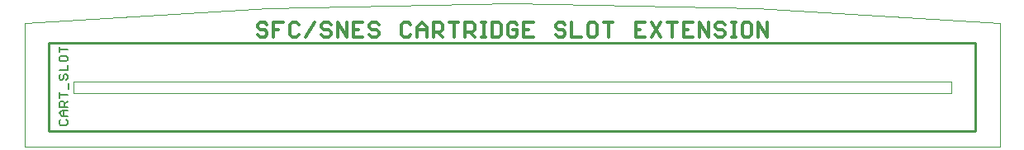
<source format=gto>
G75*
G70*
%OFA0B0*%
%FSLAX24Y24*%
%IPPOS*%
%LPD*%
%AMOC8*
5,1,8,0,0,1.08239X$1,22.5*
%
%ADD10C,0.0000*%
%ADD11C,0.0001*%
%ADD12C,0.0130*%
%ADD13C,0.0100*%
%ADD14C,0.0070*%
D10*
X000100Y000100D02*
X000100Y005100D01*
X002069Y002738D02*
X037502Y002738D01*
X037502Y002265D01*
X002069Y002265D01*
X002069Y002738D01*
X000100Y000100D02*
X039470Y000100D01*
X039470Y005100D01*
D11*
X019785Y005888D02*
X009935Y005691D01*
X000100Y005101D01*
X019785Y005888D02*
X029635Y005691D01*
X039470Y005101D01*
D12*
X030092Y005106D02*
X030092Y004535D01*
X029711Y005106D01*
X029711Y004535D01*
X029447Y004630D02*
X029352Y004535D01*
X029162Y004535D01*
X029067Y004630D01*
X029067Y005010D01*
X029162Y005106D01*
X029352Y005106D01*
X029447Y005010D01*
X029447Y004630D01*
X028827Y004535D02*
X028637Y004535D01*
X028732Y004535D02*
X028732Y005106D01*
X028637Y005106D02*
X028827Y005106D01*
X028373Y005010D02*
X028278Y005106D01*
X028088Y005106D01*
X027992Y005010D01*
X027992Y004915D01*
X028088Y004820D01*
X028278Y004820D01*
X028373Y004725D01*
X028373Y004630D01*
X028278Y004535D01*
X028088Y004535D01*
X027992Y004630D01*
X027728Y004535D02*
X027728Y005106D01*
X027348Y005106D02*
X027728Y004535D01*
X027348Y004535D02*
X027348Y005106D01*
X027084Y005106D02*
X026703Y005106D01*
X026703Y004535D01*
X027084Y004535D01*
X026249Y004535D02*
X026249Y005106D01*
X026059Y005106D02*
X026439Y005106D01*
X025795Y005106D02*
X025414Y004535D01*
X025150Y004535D02*
X024770Y004535D01*
X024770Y005106D01*
X025150Y005106D01*
X025414Y005106D02*
X025795Y004535D01*
X024960Y004820D02*
X024770Y004820D01*
X023216Y004630D02*
X023216Y005010D01*
X023121Y005106D01*
X022931Y005106D01*
X022836Y005010D01*
X022836Y004630D01*
X022931Y004535D01*
X023121Y004535D01*
X023216Y004630D01*
X023671Y004535D02*
X023671Y005106D01*
X023481Y005106D02*
X023861Y005106D01*
X022192Y005106D02*
X022192Y004535D01*
X022572Y004535D01*
X021927Y004630D02*
X021832Y004535D01*
X021642Y004535D01*
X021547Y004630D01*
X021832Y004820D02*
X021927Y004725D01*
X021927Y004630D01*
X021832Y004820D02*
X021642Y004820D01*
X021547Y004915D01*
X021547Y005010D01*
X021642Y005106D01*
X021832Y005106D01*
X021927Y005010D01*
X020638Y005106D02*
X020258Y005106D01*
X020258Y004535D01*
X020638Y004535D01*
X019994Y004630D02*
X019994Y004820D01*
X019804Y004820D01*
X020258Y004820D02*
X020448Y004820D01*
X019994Y004630D02*
X019899Y004535D01*
X019708Y004535D01*
X019613Y004630D01*
X019613Y005010D01*
X019708Y005106D01*
X019899Y005106D01*
X019994Y005010D01*
X019349Y005010D02*
X019254Y005106D01*
X018969Y005106D01*
X018969Y004535D01*
X019254Y004535D01*
X019349Y004630D01*
X019349Y005010D01*
X018729Y005106D02*
X018539Y005106D01*
X018634Y005106D02*
X018634Y004535D01*
X018539Y004535D02*
X018729Y004535D01*
X018275Y004535D02*
X018085Y004725D01*
X018180Y004725D02*
X017895Y004725D01*
X018180Y004725D02*
X018275Y004820D01*
X018275Y005010D01*
X018180Y005106D01*
X017895Y005106D01*
X017895Y004535D01*
X017440Y004535D02*
X017440Y005106D01*
X017250Y005106D02*
X017630Y005106D01*
X016986Y005010D02*
X016986Y004820D01*
X016891Y004725D01*
X016605Y004725D01*
X016796Y004725D02*
X016986Y004535D01*
X016605Y004535D02*
X016605Y005106D01*
X016891Y005106D01*
X016986Y005010D01*
X016341Y004915D02*
X016341Y004535D01*
X015961Y004535D02*
X015961Y004915D01*
X016151Y005106D01*
X016341Y004915D01*
X016341Y004820D02*
X015961Y004820D01*
X015697Y004630D02*
X015602Y004535D01*
X015411Y004535D01*
X015316Y004630D01*
X015316Y005010D01*
X015411Y005106D01*
X015602Y005106D01*
X015697Y005010D01*
X014408Y005010D02*
X014312Y005106D01*
X014122Y005106D01*
X014027Y005010D01*
X014027Y004915D01*
X014122Y004820D01*
X014312Y004820D01*
X014408Y004725D01*
X014408Y004630D01*
X014312Y004535D01*
X014122Y004535D01*
X014027Y004630D01*
X013763Y004535D02*
X013383Y004535D01*
X013383Y005106D01*
X013763Y005106D01*
X013118Y005106D02*
X013118Y004535D01*
X012738Y005106D01*
X012738Y004535D01*
X012474Y004630D02*
X012379Y004535D01*
X012189Y004535D01*
X012094Y004630D01*
X012379Y004820D02*
X012474Y004725D01*
X012474Y004630D01*
X012379Y004820D02*
X012189Y004820D01*
X012094Y004915D01*
X012094Y005010D01*
X012189Y005106D01*
X012379Y005106D01*
X012474Y005010D01*
X011829Y005106D02*
X011449Y004535D01*
X011185Y004630D02*
X011090Y004535D01*
X010900Y004535D01*
X010804Y004630D01*
X010804Y005010D01*
X010900Y005106D01*
X011090Y005106D01*
X011185Y005010D01*
X010540Y005106D02*
X010160Y005106D01*
X010160Y004535D01*
X009896Y004630D02*
X009801Y004535D01*
X009610Y004535D01*
X009515Y004630D01*
X009801Y004820D02*
X009896Y004725D01*
X009896Y004630D01*
X009801Y004820D02*
X009610Y004820D01*
X009515Y004915D01*
X009515Y005010D01*
X009610Y005106D01*
X009801Y005106D01*
X009896Y005010D01*
X010160Y004820D02*
X010350Y004820D01*
X013383Y004820D02*
X013573Y004820D01*
X026703Y004820D02*
X026894Y004820D01*
D13*
X038486Y004273D02*
X038486Y000730D01*
X001084Y000730D01*
X001084Y004273D01*
X038486Y004273D01*
D14*
X001892Y002655D02*
X001892Y002435D01*
X001506Y002287D02*
X001506Y002067D01*
X001506Y002177D02*
X001837Y002177D01*
X001837Y001919D02*
X001727Y001808D01*
X001727Y001864D02*
X001727Y001698D01*
X001837Y001698D02*
X001506Y001698D01*
X001506Y001864D01*
X001561Y001919D01*
X001672Y001919D01*
X001727Y001864D01*
X001672Y001550D02*
X001672Y001330D01*
X001616Y001330D02*
X001506Y001440D01*
X001616Y001550D01*
X001837Y001550D01*
X001837Y001330D02*
X001616Y001330D01*
X001561Y001182D02*
X001506Y001127D01*
X001506Y001017D01*
X001561Y000962D01*
X001782Y000962D01*
X001837Y001017D01*
X001837Y001127D01*
X001782Y001182D01*
X001782Y002803D02*
X001837Y002858D01*
X001837Y002968D01*
X001782Y003024D01*
X001727Y003024D01*
X001672Y002968D01*
X001672Y002858D01*
X001616Y002803D01*
X001561Y002803D01*
X001506Y002858D01*
X001506Y002968D01*
X001561Y003024D01*
X001506Y003172D02*
X001837Y003172D01*
X001837Y003392D01*
X001782Y003540D02*
X001561Y003540D01*
X001506Y003595D01*
X001506Y003705D01*
X001561Y003760D01*
X001782Y003760D01*
X001837Y003705D01*
X001837Y003595D01*
X001782Y003540D01*
X001506Y003908D02*
X001506Y004128D01*
X001506Y004018D02*
X001837Y004018D01*
M02*

</source>
